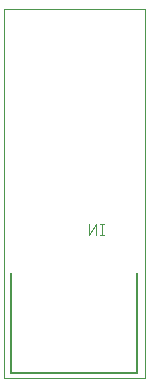
<source format=gbo>
G75*
%MOIN*%
%OFA0B0*%
%FSLAX25Y25*%
%IPPOS*%
%LPD*%
%AMOC8*
5,1,8,0,0,1.08239X$1,22.5*
%
%ADD10C,0.00000*%
%ADD11C,0.00500*%
%ADD12C,0.00300*%
D10*
X0001000Y0001000D02*
X0001000Y0124071D01*
X0048244Y0124071D01*
X0048244Y0001039D01*
X0001000Y0001000D01*
D11*
X0003622Y0002578D02*
X0045622Y0002578D01*
X0045622Y0036078D01*
X0003622Y0036078D02*
X0003622Y0002578D01*
D12*
X0029500Y0048571D02*
X0029500Y0052274D01*
X0031969Y0052274D02*
X0029500Y0048571D01*
X0031969Y0048571D02*
X0031969Y0052274D01*
X0033190Y0052274D02*
X0034424Y0052274D01*
X0033807Y0052274D02*
X0033807Y0048571D01*
X0034424Y0048571D02*
X0033190Y0048571D01*
M02*

</source>
